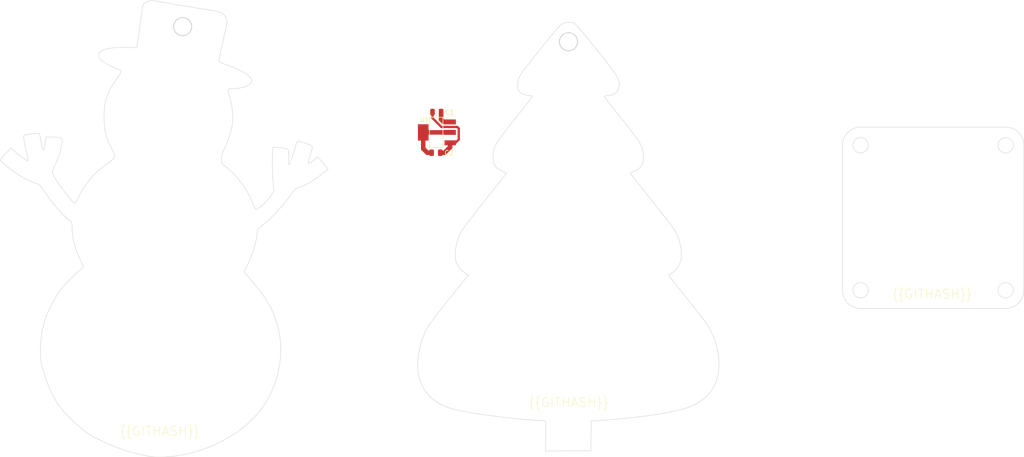
<source format=kicad_pcb>
(kicad_pcb (version 20221018) (generator pcbnew)
  (layers (0 "F.Cu" signal) (31 "B.Cu" signal) (34 "B.Paste" user) (35 "F.Paste" user) (36 "B.SilkS" user "B.Silkscreen") (37 "F.SilkS" user "F.Silkscreen") (38 "B.Mask" user) (39 "F.Mask" user) (44 "Edge.Cuts" user))
  (net 0 "")
  (net 1 "gnd")
  (net 2 "vcc-1")
  (net 3 "vcc")
  (footprint "lib:SOT-223-3_L6.5-W3.4-P2.30-LS7.0-BR" (layer "F.Cu") (at 132.175 78.95)
    (fp_text reference "U1" (at -2.683474 -2.834775) (layer "F.SilkS"))
    (fp_text value "")
    (fp_line (start -1.57 -3.33) (end 1.37 -3.33) (stroke (width 0.15)) (layer "F.SilkS"))
    (fp_line (start -1.57 3.33) (end -1.57 -3.33) (stroke (width 0.15)) (layer "F.SilkS"))
    (fp_line (start 1.37 -3.33) (end 1.37 3.33) (stroke (width 0.15)) (layer "F.SilkS"))
    (fp_line (start 1.37 3.33) (end -1.57 3.33) (stroke (width 0.15)) (layer "F.SilkS"))
    (pad "1" smd rect (at 2.97 2.3) (size 2.5 1.1) (layers "F.Cu" "F.Paste" "F.Mask") (net 1 "gnd"))
    (pad "2" smd rect (at 2.97 0) (size 2.5 1.1) (layers "F.Cu" "F.Paste" "F.Mask") (net 2 "vcc-1"))
    (pad "3" smd rect (at 2.97 -2.3) (size 2.5 1.1) (layers "F.Cu" "F.Paste" "F.Mask") (net 3 "vcc"))
    (pad "4" smd rect (at -2.97 0) (size 2.34 3.6) (layers "F.Cu" "F.Paste" "F.Mask") (net 2 "vcc-1"))
  )
  (footprint "lib:C0805" (layer "F.Cu") (at 132.000375 83.433928)
    (fp_text reference "C2" (at 2.872171 0.026229) (layer "F.SilkS"))
    (fp_text value "Multilayer Ceramic Capacitors MLCC - SMD/SMT 10uF 10V 0805 RoHS")
    (fp_line (start -0.261252 -0.735) (end 0.261252 -0.735) (stroke (width 0.12)) (layer "F.SilkS"))
    (fp_line (start -0.261252 0.735) (end 0.261252 0.735) (stroke (width 0.12)) (layer "F.SilkS"))
    (pad "1" smd roundrect (at -0.95 0) (size 1 1.45) (layers "F.Cu" "F.Paste" "F.Mask") (net 2 "vcc-1"))
    (pad "2" smd roundrect (at 0.95 0) (size 1 1.45) (layers "F.Cu" "F.Paste" "F.Mask") (net 1 "gnd"))
  )
  (footprint "lib:C0805" (layer "F.Cu") (at 132.198399 74.461913 180)
    (fp_text reference "C1" (at -2.804591 -0.073359) (layer "F.SilkS"))
    (fp_text value "Multilayer Ceramic Capacitors MLCC - SMD/SMT 10uF 10V 0805 RoHS")
    (fp_line (start -0.261252 -0.735) (end 0.261252 -0.735) (stroke (width 0.12)) (layer "F.SilkS"))
    (fp_line (start -0.261252 0.735) (end 0.261252 0.735) (stroke (width 0.12)) (layer "F.SilkS"))
    (pad "1" smd roundrect (at -0.95 0 180) (size 1 1.45) (layers "F.Cu" "F.Paste" "F.Mask") (net 3 "vcc"))
    (pad "2" smd roundrect (at 0.95 0 180) (size 1 1.45) (layers "F.Cu" "F.Paste" "F.Mask") (net 1 "gnd"))
  )
  (gr_circle (center 225.62 81.79) (end 227.32 81.79) (stroke (width 0.1)) (fill none) (layer "Edge.Cuts"))
  (gr_circle (center 257.62 113.79) (end 259.32 113.79) (stroke (width 0.1)) (fill none) (layer "Edge.Cuts"))
  (gr_circle (center 257.62 81.79) (end 259.32 81.79) (stroke (width 0.1)) (fill none) (layer "Edge.Cuts"))
  (gr_poly (pts (xy 75.142222 50.797022) (xy 79.756606 51.568267) (xy 82.366969 51.99203) (xy 83.019066 52.095762) (xy 83.303876 52.146979) (xy 83.563537 52.198618) (xy 83.799806 52.251323) (xy 84.01444 52.305736) (xy 84.209196 52.362498) (xy 84.385831 52.422252) (xy 84.546102 52.485641) (xy 84.691766 52.553306) (xy 84.824581 52.62589) (xy 84.946303 52.704035) (xy 85.05869 52.788383) (xy 85.163499 52.879577) (xy 85.262486 52.978258) (xy 85.357409 53.08507) (xy 85.479286 53.234958) (xy 85.586233 53.378736) (xy 85.634185 53.44915) (xy 85.678498 53.519015) (xy 85.719202 53.588656) (xy 85.75633 53.658402) (xy 85.789911 53.728576) (xy 85.819976 53.799506) (xy 85.846558 53.871517) (xy 85.869686 53.944936) (xy 85.889392 54.020089) (xy 85.905707 54.097301) (xy 85.918662 54.176899) (xy 85.928287 54.259209) (xy 85.934615 54.344557) (xy 85.937675 54.433269) (xy 85.937499 54.525672) (xy 85.934119 54.62209) (xy 85.927564 54.722851) (xy 85.917866 54.82828) (xy 85.889166 55.054449) (xy 85.848266 55.303204) (xy 85.795414 55.577155) (xy 85.730859 55.878909) (xy 85.654849 56.211077) (xy 84.878546 59.55341) (xy 84.657875 60.550977) (xy 84.450892 61.532488) (xy 84.331406 62.116419) (xy 84.229648 62.629765) (xy 84.15639 63.017063) (xy 84.122409 63.222849) (xy 84.123062 63.236814) (xy 84.127967 63.251873) (xy 84.137065 63.268001) (xy 84.150302 63.285171) (xy 84.167619 63.303357) (xy 84.188962 63.322534) (xy 84.214273 63.342674) (xy 84.243497 63.363751) (xy 84.313454 63.408613) (xy 84.398381 63.456909) (xy 84.497828 63.50843) (xy 84.611342 63.562966) (xy 84.738473 63.620306) (xy 84.878767 63.680241) (xy 85.031775 63.742561) (xy 85.197043 63.807056) (xy 85.374121 63.873515) (xy 85.562558 63.94173) (xy 85.7619 64.011489) (xy 85.971698 64.082583) (xy 86.585981 64.296029) (xy 87.172975 64.516947) (xy 87.730729 64.744054) (xy 88.257293 64.976069) (xy 88.75072 65.211708) (xy 89.209058 65.449689) (xy 89.63036 65.68873) (xy 90.012676 65.927548) (xy 90.354056 66.16486) (xy 90.652552 66.399385) (xy 90.906214 66.629839) (xy 91.113092 66.85494) (xy 91.271238 67.073405) (xy 91.378702 67.283953) (xy 91.412819 67.385857) (xy 91.433535 67.485301) (xy 91.440605 67.582123) (xy 91.433787 67.676165) (xy 91.41712 67.753004) (xy 91.390362 67.829368) (xy 91.35383 67.905131) (xy 91.307839 67.980165) (xy 91.252707 68.054343) (xy 91.188749 68.12754) (xy 91.116281 68.199626) (xy 91.03562 68.270477) (xy 90.947082 68.339964) (xy 90.850984 68.407961) (xy 90.747641 68.47434) (xy 90.637371 68.538975) (xy 90.520488 68.601739) (xy 90.39731 68.662505) (xy 90.268153 68.721145) (xy 90.133332 68.777534) (xy 89.993165 68.831543) (xy 89.847967 68.883047) (xy 89.543745 68.978027) (xy 89.223197 69.06146) (xy 88.888852 69.132329) (xy 88.54324 69.189618) (xy 88.188892 69.232313) (xy 88.009232 69.24787) (xy 87.828337 69.259397) (xy 87.646523 69.266767) (xy 87.464106 69.269854) (xy 87.202959 69.272042) (xy 86.97453 69.277492) (xy 86.777472 69.288473) (xy 86.690288 69.296746) (xy 86.610443 69.307253) (xy 86.537768 69.320276) (xy 86.472096 69.3361) (xy 86.413258 69.355009) (xy 86.361087 69.377285) (xy 86.315414 69.403211) (xy 86.276071 69.433073) (xy 86.24289 69.467154) (xy 86.215703 69.505736) (xy 86.194342 69.549103) (xy 86.178638 69.59754) (xy 86.168424 69.65133) (xy 86.163532 69.710755) (xy 86.163793 69.776101) (xy 86.169039 69.847649) (xy 86.179102 69.925685) (xy 86.193814 70.010491) (xy 86.236514 70.20155) (xy 86.295792 70.423093) (xy 86.370304 70.677389) (xy 86.458705 70.966708) (xy 86.582128 71.384478) (xy 86.694998 71.803093) (xy 86.797211 72.221567) (xy 86.888665 72.638919) (xy 86.969257 73.054166) (xy 87.038885 73.466323) (xy 87.097447 73.874409) (xy 87.144838 74.277439) (xy 87.180958 74.674432) (xy 87.205702 75.064404) (xy 87.21897 75.446371) (xy 87.220657 75.819352) (xy 87.210662 76.182361) (xy 87.188881 76.534418) (xy 87.155212 76.874538) (xy 87.109553 77.201739) (xy 86.986123 77.871628) (xy 86.830027 78.558912) (xy 86.643845 79.255662) (xy 86.430157 79.953949) (xy 86.19154 80.645848) (xy 85.930575 81.323429) (xy 85.649841 81.978766) (xy 85.351916 82.60393) (xy 85.189192 82.938586) (xy 85.118752 83.093315) (xy 85.055229 83.240939) (xy 84.998352 83.382431) (xy 84.947849 83.518761) (xy 84.903447 83.650903) (xy 84.864875 83.779828) (xy 84.831859 83.906506) (xy 84.804129 84.031911) (xy 84.781412 84.157013) (xy 84.763435 84.282785) (xy 84.749927 84.410197) (xy 84.740615 84.540223) (xy 84.735228 84.673833) (xy 84.733493 84.811999) (xy 84.736223 85.129082) (xy 84.741369 85.261496) (xy 84.750575 85.379459) (xy 84.764997 85.485194) (xy 84.774524 85.534172) (xy 84.785789 85.580928) (xy 84.798934 85.625739) (xy 84.814106 85.668884) (xy 84.831447 85.710641) (xy 84.851104 85.751288) (xy 84.873219 85.791103) (xy 84.897937 85.830364) (xy 84.925403 85.869349) (xy 84.955761 85.908337) (xy 84.989155 85.947605) (xy 85.02573 85.987432) (xy 85.109 86.069873) (xy 85.206725 86.157886) (xy 85.320061 86.253696) (xy 85.598185 86.477602) (xy 86.096863 86.886277) (xy 86.577755 87.306529) (xy 87.04138 87.739064) (xy 87.488258 88.184586) (xy 87.918909 88.6438) (xy 88.333852 89.117412) (xy 88.733607 89.606125) (xy 89.118694 90.110646) (xy 89.489632 90.631678) (xy 89.846941 91.169927) (xy 90.19114 91.726098) (xy 90.52275 92.300895) (xy 90.84229 92.895024) (xy 91.150279 93.509189) (xy 91.447237 94.144095) (xy 91.733683 94.800448) (xy 91.84059 95.047283) (xy 91.945802 95.277558) (xy 92.046625 95.486234) (xy 92.140364 95.668271) (xy 92.224324 95.818627) (xy 92.295813 95.932265) (xy 92.326039 95.973739) (xy 92.352136 96.004143) (xy 92.373767 96.022848) (xy 92.382804 96.027616) (xy 92.390597 96.029223) (xy 92.399173 96.028006) (xy 92.410522 96.024397) (xy 92.441219 96.010237) (xy 92.482045 95.987221) (xy 92.53236 95.955824) (xy 92.591521 95.916524) (xy 92.658887 95.869798) (xy 92.815666 95.755976) (xy 92.997564 95.618173) (xy 93.199447 95.460204) (xy 93.416182 95.285885) (xy 93.642634 95.099032) (xy 93.891007 94.882848) (xy 94.141366 94.648628) (xy 94.390948 94.400061) (xy 94.636991 94.140836) (xy 94.87673 93.874641) (xy 95.107403 93.605164) (xy 95.326247 93.336095) (xy 95.530498 93.071122) (xy 95.717394 92.813933) (xy 95.884171 92.568218) (xy 96.028066 92.337665) (xy 96.146316 92.125962) (xy 96.236159 91.936798) (xy 96.294829 91.773863) (xy 96.311612 91.703383) (xy 96.319566 91.640844) (xy 96.318345 91.586706) (xy 96.307605 91.54143) (xy 96.264441 91.378418) (xy 96.221593 91.121805) (xy 96.138989 90.373142) (xy 96.064068 89.386161) (xy 96.001109 88.251583) (xy 95.954389 87.060129) (xy 95.928186 85.902519) (xy 95.926777 84.869474) (xy 95.95444 84.051714) (xy 96.07471 82.177477) (xy 97.36716 82.304781) (xy 98.13507 82.379263) (xy 98.441266 82.413109) (xy 98.700599 82.449744) (xy 98.916803 82.492956) (xy 99.009898 82.518212) (xy 99.09361 82.546534) (xy 99.168406 82.578395) (xy 99.234753 82.614268) (xy 99.293117 82.654627) (xy 99.343964 82.699946) (xy 99.387763 82.750698) (xy 99.424978 82.807357) (xy 99.456076 82.870396) (xy 99.481525 82.94029) (xy 99.501791 83.017511) (xy 99.51734 83.102533) (xy 99.536155 83.297877) (xy 99.541702 83.530109) (xy 99.537716 83.803018) (xy 99.51607 84.486025) (xy 99.501811 85.019341) (xy 99.495778 85.429631) (xy 99.49953 85.727933) (xy 99.505563 85.838537) (xy 99.514626 85.925284) (xy 99.526915 85.989553) (xy 99.542625 86.032723) (xy 99.551823 86.046828) (xy 99.56195 86.056175) (xy 99.573029 86.060938) (xy 99.585085 86.061289) (xy 99.612224 86.049443) (xy 99.643564 86.022019) (xy 99.679299 85.980395) (xy 99.719623 85.925951) (xy 99.770963 85.835961) (xy 99.83738 85.6921) (xy 100.00736 85.267042) (xy 100.213404 84.699332) (xy 100.439353 84.037526) (xy 100.669049 83.330178) (xy 100.886332 82.625845) (xy 101.075044 81.973082) (xy 101.219027 81.420443) (xy 101.232451 81.367288) (xy 101.246658 81.317349) (xy 101.261814 81.270604) (xy 101.278084 81.227032) (xy 101.295634 81.186611) (xy 101.314631 81.149321) (xy 101.33524 81.115138) (xy 101.357628 81.084043) (xy 101.381959 81.056013) (xy 101.4084 81.031027) (xy 101.437117 81.009064) (xy 101.468275 80.990102) (xy 101.502041 80.974119) (xy 101.538581 80.961095) (xy 101.578059 80.951007) (xy 101.620643 80.943835) (xy 101.666497 80.939556) (xy 101.715788 80.938149) (xy 101.768682 80.939594) (xy 101.825345 80.943867) (xy 101.885942 80.950949) (xy 101.950639 80.960817) (xy 102.019603 80.97345) (xy 102.092998 80.988826) (xy 102.170992 81.006924) (xy 102.253749 81.027723) (xy 102.434219 81.077337) (xy 102.635734 81.137495) (xy 102.859622 81.208025) (xy 103.581471 81.438726) (xy 103.868146 81.535185) (xy 104.108644 81.625316) (xy 104.212356 81.669476) (xy 104.305459 81.713816) (xy 104.388264 81.758923) (xy 104.461082 81.805384) (xy 104.524226 81.853787) (xy 104.578006 81.904719) (xy 104.622735 81.958768) (xy 104.658725 82.01652) (xy 104.686285 82.078563) (xy 104.705729 82.145484) (xy 104.717368 82.217871) (xy 104.721513 82.296311) (xy 104.718476 82.381392) (xy 104.708568 82.4737) (xy 104.692102 82.573823) (xy 104.669388 82.682348) (xy 104.606464 82.926954) (xy 104.522289 83.212218) (xy 104.300158 83.92351) (xy 104.076968 84.658354) (xy 103.993442 84.95378) (xy 103.929762 85.203046) (xy 103.886777 85.407528) (xy 103.865337 85.568604) (xy 103.862962 85.633296) (xy 103.866292 85.687652) (xy 103.875434 85.731846) (xy 103.890492 85.766049) (xy 103.911574 85.790433) (xy 103.938786 85.805172) (xy 103.972234 85.810436) (xy 104.012025 85.806398) (xy 104.058263 85.79323) (xy 104.111056 85.771105) (xy 104.236732 85.700671) (xy 104.3899 85.596472) (xy 104.571411 85.459887) (xy 105.02286 85.095065) (xy 105.918216 84.355181) (xy 106.388476 84.86751) (xy 106.496975 84.987739) (xy 106.625318 85.133369) (xy 106.92254 85.478508) (xy 107.242155 85.858286) (xy 107.546176 86.22806) (xy 108.2336 87.076296) (xy 106.72333 88.254687) (xy 106.031007 88.783192) (xy 105.392025 89.245391) (xy 105.089314 89.453516) (xy 104.796071 89.647331) (xy 104.511007 89.827593) (xy 104.232833 89.995056) (xy 103.960259 90.150478) (xy 103.691998 90.294613) (xy 103.426759 90.428217) (xy 103.163254 90.552046) (xy 102.900193 90.666855) (xy 102.636288 90.773401) (xy 102.370249 90.872439) (xy 102.100787 90.964724) (xy 101.955978 91.013649) (xy 101.818902 91.062832) (xy 101.689432 91.112348) (xy 101.567439 91.162273) (xy 101.452795 91.212683) (xy 101.345371 91.263651) (xy 101.245039 91.315254) (xy 101.151671 91.367567) (xy 101.065138 91.420665) (xy 100.985313 91.474624) (xy 100.912065 91.529517) (xy 100.845269 91.585421) (xy 100.784794 91.642412) (xy 100.730512 91.700563) (xy 100.682296 91.759951) (xy 100.640017 91.82065) (xy 100.313962 92.312951) (xy 99.958065 92.82026) (xy 99.575318 93.339289) (xy 99.168711 93.866747) (xy 98.741234 94.399346) (xy 98.295878 94.933795) (xy 97.835635 95.466804) (xy 97.363494 95.995083) (xy 96.882446 96.515343) (xy 96.395482 97.024295) (xy 95.905593 97.518647) (xy 95.415769 97.995111) (xy 94.929002 98.450396) (xy 94.44828 98.881213) (xy 93.976596 99.284272) (xy 93.51694 99.656283) (xy 93.364132 99.777198) (xy 93.228349 99.887118) (xy 93.108601 99.987555) (xy 93.003899 100.080022) (xy 92.913256 100.166032) (xy 92.835682 100.247098) (xy 92.770188 100.324733) (xy 92.741662 100.362737) (xy 92.715786 100.40045) (xy 92.692435 100.438062) (xy 92.671487 100.475762) (xy 92.652817 100.513738) (xy 92.636302 100.552181) (xy 92.621819 100.591279) (xy 92.609244 100.631221) (xy 92.589322 100.714395) (xy 92.575548 100.803215) (xy 92.566934 100.899195) (xy 92.56249 101.003847) (xy 92.561229 101.118685) (xy 92.548214 101.459191) (xy 92.510172 101.840399) (xy 92.448603 102.257479) (xy 92.365007 102.705605) (xy 92.260885 103.179948) (xy 92.137739 103.675679) (xy 91.997068 104.187971) (xy 91.840373 104.711996) (xy 91.669155 105.242926) (xy 91.484915 105.775933) (xy 91.289154 106.306188) (xy 91.083372 106.828864) (xy 90.86907 107.339132) (xy 90.647749 107.832164) (xy 90.420909 108.303133) (xy 90.190051 108.74721) (xy 89.658061 109.729433) (xy 90.799319 111.025652) (xy 91.552256 111.894452) (xy 92.247519 112.726345) (xy 92.887901 113.52649) (xy 93.476195 114.300047) (xy 94.015193 115.052178) (xy 94.507688 115.788042) (xy 94.956473 116.5128) (xy 95.364341 117.231612) (xy 95.734083 117.949638) (xy 96.068493 118.672038) (xy 96.370364 119.403974) (xy 96.642488 120.150605) (xy 96.887657 120.917091) (xy 97.108665 121.708593) (xy 97.308304 122.530271) (xy 97.489367 123.387286) (xy 97.659586 124.435519) (xy 97.764545 125.512723) (xy 97.805707 126.613102) (xy 97.784533 127.73086) (xy 97.702485 128.860202) (xy 97.561026 129.995332) (xy 97.361618 131.130454) (xy 97.105722 132.259774) (xy 96.794801 133.377494) (xy 96.430316 134.47782) (xy 96.01373 135.554956) (xy 95.546505 136.603107) (xy 95.030102 137.616476) (xy 94.465984 138.589268) (xy 93.855613 139.515689) (xy 93.20045 140.389941) (xy 92.386005 141.350273) (xy 91.510226 142.273552) (xy 90.576227 143.158109) (xy 89.587122 144.002278) (xy 88.546024 144.80439) (xy 87.456048 145.562779) (xy 86.320308 146.275777) (xy 85.141916 146.941716) (xy 83.923988 147.558929) (xy 82.669636 148.125749) (xy 81.381976 148.640508) (xy 80.06412 149.101539) (xy 78.719182 149.507174) (xy 77.350277 149.855747) (xy 75.960518 150.145589) (xy 74.553019 150.375033) (xy 73.862872 150.459306) (xy 73.131633 150.525975) (xy 72.383923 150.574372) (xy 71.644361 150.603827) (xy 70.93757 150.613671) (xy 70.288169 150.603235) (xy 69.720779 150.57185) (xy 69.475532 150.548093) (xy 69.26002 150.518847) (xy 69.260051 150.518832) (xy 67.831835 150.262486) (xy 66.416949 149.953785) (xy 65.016193 149.592984) (xy 63.630368 149.180338) (xy 62.260274 148.716103) (xy 60.90671 148.200532) (xy 59.570477 147.633881) (xy 58.252375 147.016405) (xy 57.283074 146.528505) (xy 56.847829 146.298277) (xy 56.438641 146.072324) (xy 56.050351 145.846994) (xy 55.6778 145.618633) (xy 55.315827 145.383588) (xy 54.959273 145.138205) (xy 54.602979 144.87883) (xy 54.241783 144.601811) (xy 53.870528 144.303492) (xy 53.484054 143.980222) (xy 52.644807 143.244211) (xy 51.682765 142.36455) (xy 51.097036 141.804159) (xy 50.54538 141.238954) (xy 50.025658 140.665073) (xy 49.535731 140.078649) (xy 49.07346 139.475819) (xy 48.636705 138.852719) (xy 48.223328 138.205483) (xy 47.831189 137.530249) (xy 47.458149 136.823151) (xy 47.10207 136.080325) (xy 46.760812 135.297907) (xy 46.432236 134.472032) (xy 46.114202 133.598836) (xy 45.804573 132.674455) (xy 45.501208 131.695024) (xy 45.201968 130.656679) (xy 45.078569 130.147371) (xy 44.978794 129.594224) (xy 44.90231 129.00242) (xy 44.848785 128.377144) (xy 44.817886 127.723579) (xy 44.809281 127.046907) (xy 44.822637 126.352311) (xy 44.857621 125.644974) (xy 44.913901 124.93008) (xy 44.991145 124.212811) (xy 45.089019 123.498351) (xy 45.207191 122.791883) (xy 45.345328 122.098589) (xy 45.503099 121.423652) (xy 45.68017 120.772256) (xy 45.876208 120.149584) (xy 46.005143 119.787909) (xy 46.154924 119.401263) (xy 46.508073 118.570286) (xy 46.917749 117.69111) (xy 47.366047 116.79819) (xy 47.83506 115.92598) (xy 48.306883 115.108937) (xy 48.76361 114.381515) (xy 48.980717 114.062179) (xy 49.187335 113.77817) (xy 49.387433 113.519297) (xy 49.599256 113.255538) (xy 50.056372 112.715109) (xy 50.555279 112.160374) (xy 51.092575 111.594824) (xy 51.664855 111.021952) (xy 52.268718 110.445248) (xy 52.900758 109.868205) (xy 53.557574 109.294314) (xy 54.329783 108.634142) (xy 53.616031 107.110232) (xy 53.390001 106.6154) (xy 53.179365 106.128819) (xy 52.984012 105.650049) (xy 52.803829 105.178652) (xy 52.638704 104.71419) (xy 52.488525 104.256224) (xy 52.353181 103.804315) (xy 52.232559 103.358025) (xy 52.126547 102.916915) (xy 52.035034 102.480548) (xy 51.957906 102.048484) (xy 51.895053 101.620284) (xy 51.846363 101.195511) (xy 51.811722 100.773726) (xy 51.79102 100.35449) (xy 51.784144 99.937365) (xy 51.780657 99.620612) (xy 51.776007 99.482669) (xy 51.769161 99.357285) (xy 51.759927 99.243666) (xy 51.748111 99.141014) (xy 51.733519 99.048534) (xy 51.715958 98.96543) (xy 51.695233 98.890904) (xy 51.671153 98.824161) (xy 51.643523 98.764406) (xy 51.612149 98.71084) (xy 51.576839 98.662669) (xy 51.537399 98.619096) (xy 51.493635 98.579325) (xy 51.445353 98.542559) (xy 51.149902 98.324092) (xy 50.839064 98.073347) (xy 50.514896 97.792628) (xy 50.179453 97.484238) (xy 49.834791 97.150482) (xy 49.482966 96.793665) (xy 49.126033 96.41609) (xy 48.766047 96.020062) (xy 48.405065 95.607885) (xy 48.045142 95.181864) (xy 47.688333 94.744302) (xy 47.336694 94.297504) (xy 46.992281 93.843774) (xy 46.657149 93.385417) (xy 46.333354 92.924737) (xy 46.022952 92.464037) (xy 45.611719 91.844971) (xy 45.279782 91.362091) (xy 45.137757 91.165551) (xy 45.008606 90.995655) (xy 44.89001 90.849933) (xy 44.779654 90.725918) (xy 44.675221 90.621143) (xy 44.574392 90.533138) (xy 44.474852 90.459437) (xy 44.374284 90.397571) (xy 44.27037 90.345073) (xy 44.160793 90.299474) (xy 44.043237 90.258307) (xy 43.915385 90.219103) (xy 43.593888 90.117525) (xy 43.255864 89.996009) (xy 42.903268 89.855657) (xy 42.538058 89.697573) (xy 42.162189 89.522858) (xy 41.777618 89.332616) (xy 41.386301 89.127951) (xy 40.990194 88.909964) (xy 40.591254 88.679759) (xy 40.191438 88.438438) (xy 39.792701 88.187105) (xy 39.396999 87.926862) (xy 39.00629 87.658812) (xy 38.622529 87.384058) (xy 38.247673 87.103703) (xy 37.883677 86.81885) (xy 37.49456 86.502783) (xy 37.131548 86.199554) (xy 36.802586 85.916398) (xy 36.515619 85.660548) (xy 36.278593 85.439239) (xy 36.099452 85.259705) (xy 36.034071 85.187865) (xy 35.986141 85.129182) (xy 35.956654 85.08456) (xy 35.946605 85.054903) (xy 35.948192 85.042433) (xy 35.952903 85.026953) (xy 35.971384 84.987332) (xy 36.001425 84.936776) (xy 36.042403 84.876021) (xy 36.093695 84.805804) (xy 36.154681 84.726859) (xy 36.224736 84.639924) (xy 36.303239 84.545735) (xy 36.389567 84.445026) (xy 36.483097 84.338536) (xy 36.689276 84.11115) (xy 36.916796 83.869466) (xy 37.037003 83.745102) (xy 37.160678 83.619372) (xy 38.374759 82.395922) (xy 39.365809 83.301684) (xy 39.814301 83.698656) (xy 40.266196 84.075272) (xy 40.704205 84.419302) (xy 41.111041 84.718514) (xy 41.469414 84.960676) (xy 41.625024 85.056541) (xy 41.762035 85.133557) (xy 41.878286 85.190195) (xy 41.971615 85.224926) (xy 42.039863 85.236222) (xy 42.063905 85.232603) (xy 42.080867 85.222552) (xy 42.085566 85.215268) (xy 42.089233 85.203934) (xy 42.093537 85.169549) (xy 42.093921 85.120268) (xy 42.090523 85.056964) (xy 42.083485 84.98051) (xy 42.072948 84.891778) (xy 42.059051 84.79164) (xy 42.041937 84.68097) (xy 41.998614 84.43152) (xy 41.944105 84.150408) (xy 41.879534 83.844615) (xy 41.806025 83.52112) (xy 41.578977 82.541169) (xy 41.399614 81.732306) (xy 41.265507 81.079136) (xy 41.174225 80.56626) (xy 41.123338 80.17828) (xy 41.112283 80.026315) (xy 41.110416 79.899799) (xy 41.117432 79.796809) (xy 41.133029 79.71542) (xy 41.156901 79.653706) (xy 41.188746 79.609743) (xy 41.213078 79.592846) (xy 41.252556 79.575085) (xy 41.372962 79.537437) (xy 41.541984 79.497733) (xy 41.751641 79.456905) (xy 42.26094 79.37561) (xy 42.837013 79.301016) (xy 43.416018 79.240586) (xy 43.934111 79.201782) (xy 44.150364 79.192822) (xy 44.327447 79.192067) (xy 44.45738 79.20045) (xy 44.532183 79.218905) (xy 44.538527 79.223215) (xy 44.545097 79.229471) (xy 44.551878 79.23762) (xy 44.558855 79.247608) (xy 44.573336 79.272888) (xy 44.588416 79.304879) (xy 44.603974 79.343154) (xy 44.619887 79.387282) (xy 44.636031 79.436835) (xy 44.652284 79.491383) (xy 44.668525 79.550496) (xy 44.684629 79.613746) (xy 44.700475 79.680703) (xy 44.715939 79.750937) (xy 44.7309 79.82402) (xy 44.745234 79.899521) (xy 44.75882 79.977012) (xy 44.771533 80.056063) (xy 44.946351 81.130774) (xy 45.025944 81.564983) (xy 45.101061 81.931234) (xy 45.172253 82.230134) (xy 45.24007 82.462288) (xy 45.305063 82.628302) (xy 45.336673 82.686696) (xy 45.367783 82.728781) (xy 45.398463 82.754634) (xy 45.428781 82.764331) (xy 45.458807 82.757947) (xy 45.488608 82.735557) (xy 45.518254 82.697238) (xy 45.547814 82.643066) (xy 45.606951 82.487462) (xy 45.666568 82.269351) (xy 45.727218 81.98934) (xy 45.78945 81.648032) (xy 45.853816 81.246035) (xy 46.055377 79.918581) (xy 47.417926 79.96628) (xy 48.109143 79.993687) (xy 48.392021 80.009194) (xy 48.636741 80.027435) (xy 48.846051 80.049559) (xy 49.022696 80.076715) (xy 49.169424 80.110051) (xy 49.288982 80.150717) (xy 49.339431 80.174158) (xy 49.384117 80.199861) (xy 49.423385 80.227972) (xy 49.457577 80.258632) (xy 49.487036 80.291987) (xy 49.512107 80.32818) (xy 49.533132 80.367353) (xy 49.550455 80.409652) (xy 49.575367 80.504197) (xy 49.589592 80.612965) (xy 49.595876 80.737105) (xy 49.596965 80.877764) (xy 49.590289 81.099803) (xy 49.571905 81.336737) (xy 49.542029 81.587807) (xy 49.500879 81.852253) (xy 49.448672 82.129318) (xy 49.385623 82.418243) (xy 49.311951 82.718269) (xy 49.227873 83.028637) (xy 49.133604 83.34859) (xy 49.029362 83.677367) (xy 48.915364 84.014212) (xy 48.791827 84.358364) (xy 48.658967 84.709065) (xy 48.517002 85.065558) (xy 48.366148 85.427082) (xy 48.206622 85.792879) (xy 47.949769 86.374791) (xy 47.755997 86.832451) (xy 47.68104 87.021721) (xy 47.619784 87.188367) (xy 47.571537 87.335205) (xy 47.535609 87.465048) (xy 47.511311 87.580709) (xy 47.497952 87.685002) (xy 47.494842 87.78074) (xy 47.501291 87.870737) (xy 47.516609 87.957807) (xy 47.540106 88.044763) (xy 47.571091 88.134418) (xy 47.608874 88.229586) (xy 47.761079 88.551834) (xy 47.975096 88.939463) (xy 48.241913 89.380584) (xy 48.55252 89.863307) (xy 49.269066 90.905997) (xy 50.052651 91.972411) (xy 50.831193 92.967426) (xy 51.196047 93.408433) (xy 51.532609 93.795921) (xy 51.831869 94.117998) (xy 52.084818 94.362774) (xy 52.282443 94.518359) (xy 52.357694 94.558989) (xy 52.415736 94.572863) (xy 52.426811 94.571375) (xy 52.439084 94.56696) (xy 52.452509 94.559691) (xy 52.467041 94.549641) (xy 52.482633 94.536883) (xy 52.499239 94.521489) (xy 52.516813 94.503532) (xy 52.535309 94.483086) (xy 52.574881 94.435018) (xy 52.617586 94.377866) (xy 52.663055 94.312214) (xy 52.710918 94.238646) (xy 52.760808 94.157745) (xy 52.812354 94.070093) (xy 52.865187 93.976276) (xy 52.918939 93.876875) (xy 52.97324 93.772474) (xy 53.02772 93.663657) (xy 53.082012 93.551007) (xy 53.135745 93.435107) (xy 53.405424 92.869327) (xy 53.69623 92.311615) (xy 54.007442 91.76282) (xy 54.338342 91.223792) (xy 54.688208 90.695381) (xy 55.05632 90.178436) (xy 55.441958 89.673808) (xy 55.844402 89.182347) (xy 56.262932 88.704901) (xy 56.696828 88.242322) (xy 57.145369 87.795459) (xy 57.607836 87.365163) (xy 58.083508 86.952281) (xy 58.571665 86.557666) (xy 59.071586 86.182166) (xy 59.582553 85.826632) (xy 59.914962 85.598282) (xy 60.214172 85.3804) (xy 60.477869 85.17504) (xy 60.595674 85.077698) (xy 60.703732 84.984257) (xy 60.801753 84.894974) (xy 60.889447 84.810106) (xy 60.966524 84.72991) (xy 61.032694 84.654642) (xy 61.087669 84.584559) (xy 61.131158 84.519919) (xy 61.162872 84.460977) (xy 61.182521 84.407992) (xy 61.189444 84.378526) (xy 61.194656 84.347449) (xy 61.198136 84.314702) (xy 61.199864 84.280227) (xy 61.197977 84.205863) (xy 61.188829 84.123892) (xy 61.172254 84.033852) (xy 61.148084 83.935279) (xy 61.116154 83.82771) (xy 61.076297 83.71068) (xy 61.028345 83.583727) (xy 60.972134 83.446388) (xy 60.907495 83.298197) (xy 60.834263 83.138693) (xy 60.75227 82.967412) (xy 60.661351 82.783889) (xy 60.561339 82.587662) (xy 60.452067 82.378268) (xy 60.237971 81.961359) (xy 60.041673 81.555601) (xy 59.862568 81.158484) (xy 59.700049 80.767498) (xy 59.553508 80.380135) (xy 59.422339 79.993885) (xy 59.305935 79.60624) (xy 59.203689 79.21469) (xy 59.114995 78.816725) (xy 59.039245 78.409838) (xy 58.975833 77.991518) (xy 58.924151 77.559256) (xy 58.883594 77.110544) (xy 58.853553 76.642872) (xy 58.833423 76.153731) (xy 58.822596 75.640612) (xy 58.82378 75.019765) (xy 58.843433 74.425285) (xy 58.882591 73.854032) (xy 58.942291 73.302869) (xy 59.023569 72.768658) (xy 59.127459 72.248262) (xy 59.255 71.738542) (xy 59.407225 71.236361) (xy 59.585172 70.73858) (xy 59.789877 70.242062) (xy 60.022374 69.743669) (xy 60.283701 69.240263) (xy 60.574893 68.728705) (xy 60.896986 68.205859) (xy 61.251015 67.668586) (xy 61.638018 67.113749) (xy 61.84244 66.825076) (xy 62.020375 66.566593) (xy 62.17201 66.336298) (xy 62.29753 66.132187) (xy 62.397121 65.95226) (xy 62.470968 65.794512) (xy 62.498296 65.72333) (xy 62.519258 65.656942) (xy 62.533877 65.595098) (xy 62.542176 65.537547) (xy 62.544179 65.484039) (xy 62.539908 65.434323) (xy 62.529387 65.388151) (xy 62.512639 65.34527) (xy 62.489688 65.305431) (xy 62.460556 65.268384) (xy 62.425267 65.233878) (xy 62.383844 65.201662) (xy 62.33631 65.171487) (xy 62.282689 65.143103) (xy 62.157276 65.090703) (xy 62.007792 65.042459) (xy 61.834422 64.996371) (xy 61.657986 64.943069) (xy 61.445562 64.862593) (xy 61.203024 64.758325) (xy 60.93625 64.633653) (xy 60.353499 64.336631) (xy 59.744319 63.998608) (xy 59.155721 63.646664) (xy 58.634716 63.307879) (xy 58.414252 63.151884) (xy 58.228316 63.009334) (xy 58.082783 62.883614) (xy 57.983531 62.778109) (xy 57.869943 62.622242) (xy 57.777351 62.470362) (xy 57.705558 62.322559) (xy 57.654369 62.178917) (xy 57.623588 62.039526) (xy 57.613018 61.904471) (xy 57.622463 61.773839) (xy 57.651728 61.647718) (xy 57.700616 61.526195) (xy 57.768931 61.409356) (xy 57.856477 61.297289) (xy 57.963058 61.190081) (xy 58.088479 61.087819) (xy 58.232542 60.99059) (xy 58.395052 60.89848) (xy 58.575812 60.811578) (xy 58.774627 60.72997) (xy 58.991301 60.653743) (xy 59.225638 60.582984) (xy 59.477441 60.51778) (xy 59.746514 60.458218) (xy 60.032661 60.404385) (xy 60.335687 60.356369) (xy 60.655395 60.314256) (xy 60.991589 60.278134) (xy 61.344073 60.248089) (xy 61.712651 60.224208) (xy 62.097127 60.20658) (xy 62.497305 60.195289) (xy 62.912988 60.190424) (xy 63.343981 60.192072) (xy 63.790088 60.20032) (xy 66.056857 60.258219) (xy 66.273486 58.80189) (xy 66.542465 56.891029) (xy 66.884944 54.341891) (xy 67.190183 52.053843) (xy 67.248082 51.679802) (xy 67.303557 51.37005) (xy 67.359078 51.117137) (xy 67.417116 50.913616) (xy 67.48014 50.752035) (xy 67.55062 50.624945) (xy 67.631027 50.524898) (xy 67.72383 50.444442) (xy 67.831501 50.37613) (xy 67.956508 50.312512) (xy 68.268412 50.169558) (xy 69.100734 49.778315)) (stroke (width 0.1)) (fill none) (layer "Edge.Cuts"))
  (gr_arc (start 261.62 113.79) (mid 260.448427 116.618427) (end 257.62 117.79) (stroke (width 0.1)) (layer "Edge.Cuts"))
  (gr_arc (start 225.62 117.79) (mid 222.791573 116.618427) (end 221.62 113.79) (stroke (width 0.1)) (layer "Edge.Cuts"))
  (gr_line (start 261.62 113.79) (end 261.62 81.79) (stroke (width 0.1)) (layer "Edge.Cuts"))
  (gr_circle (center 161.229974 58.946031) (end 163.229974 58.946031) (stroke (width 0.2)) (fill none) (layer "Edge.Cuts"))
  (gr_line (start 221.62 81.79) (end 221.62 113.79) (stroke (width 0.1)) (layer "Edge.Cuts"))
  (gr_arc (start 257.62 77.79) (mid 260.448427 78.961573) (end 261.62 81.79) (stroke (width 0.1)) (layer "Edge.Cuts"))
  (gr_poly (pts (xy 161.429183 54.643361) (xy 161.588699 54.648976) (xy 161.743405 54.660128) (xy 161.8913 54.67685) (xy 162.030385 54.699174) (xy 162.158659 54.727132) (xy 162.274122 54.760758) (xy 162.374774 54.800082) (xy 162.418214 54.822065) (xy 162.465501 54.850416) (xy 162.517128 54.885713) (xy 162.573587 54.928531) (xy 162.702967 55.039035) (xy 162.857578 55.186538) (xy 163.041357 55.37565) (xy 163.258241 55.610981) (xy 163.512165 55.897139) (xy 163.807067 56.238735) (xy 164.146884 56.640378) (xy 164.53555 57.106678) (xy 164.977005 57.642244) (xy 165.475183 58.251687) (xy 166.657456 59.710639) (xy 168.113864 61.520411) (xy 169.490282 63.25197) (xy 170.562092 64.650979) (xy 170.993296 65.243203) (xy 171.359779 65.7732) (xy 171.665351 66.247941) (xy 171.913823 66.674396) (xy 172.109006 67.059535) (xy 172.254708 67.41033) (xy 172.354741 67.733749) (xy 172.412915 68.036764) (xy 172.433041 68.326344) (xy 172.418927 68.609461) (xy 172.374385 68.893084) (xy 172.303226 69.184183) (xy 172.274597 69.278158) (xy 172.242 69.369887) (xy 172.205507 69.459324) (xy 172.165188 69.546423) (xy 172.121114 69.631137) (xy 172.073357 69.713419) (xy 172.021987 69.793223) (xy 171.967076 69.870502) (xy 171.908694 69.945208) (xy 171.846914 70.017296) (xy 171.781806 70.08672) (xy 171.71344 70.153431) (xy 171.641889 70.217383) (xy 171.567223 70.278531) (xy 171.489513 70.336826) (xy 171.408831 70.392223) (xy 171.325247 70.444674) (xy 171.238833 70.494134) (xy 171.14966 70.540554) (xy 171.057799 70.58389) (xy 170.96332 70.624093) (xy 170.866295 70.661118) (xy 170.766796 70.694917) (xy 170.664893 70.725444) (xy 170.560657 70.752652) (xy 170.45416 70.776495) (xy 170.345472 70.796926) (xy 170.234664 70.813898) (xy 170.121809 70.827364) (xy 170.006976 70.837278) (xy 169.890237 70.843593) (xy 169.771663 70.846262) (xy 169.726607 70.847177) (xy 169.681188 70.849133) (xy 169.590479 70.855957) (xy 169.501974 70.8663) (xy 169.418107 70.879728) (xy 169.378675 70.887463) (xy 169.341315 70.895806) (xy 169.306334 70.904703) (xy 169.274034 70.9141) (xy 169.244721 70.923942) (xy 169.218699 70.934176) (xy 169.196272 70.944746) (xy 169.177745 70.955599) (xy 169.171643 70.965792) (xy 169.172154 70.983757) (xy 169.17922 71.009417) (xy 169.192785 71.042693) (xy 169.239181 71.131786) (xy 169.310885 71.250417) (xy 169.407439 71.397965) (xy 169.528385 71.573811) (xy 169.673265 71.777334) (xy 169.841623 72.007915) (xy 170.246938 72.547768) (xy 170.740668 73.18841) (xy 171.319154 73.924882) (xy 171.978732 74.752222) (xy 174.641332 78.093405) (xy 175.537111 79.246786) (xy 176.200008 80.134787) (xy 176.673118 80.816979) (xy 176.99954 81.352933) (xy 177.222371 81.802218) (xy 177.384708 82.224406) (xy 177.462833 82.472098) (xy 177.531331 82.72855) (xy 177.59016 82.991701) (xy 177.639284 83.259489) (xy 177.678662 83.529854) (xy 177.708257 83.800735) (xy 177.728028 84.070071) (xy 177.737937 84.335802) (xy 177.737946 84.595867) (xy 177.728014 84.848205) (xy 177.708104 85.090755) (xy 177.678176 85.321456) (xy 177.638191 85.538248) (xy 177.588111 85.739069) (xy 177.527896 85.92186) (xy 177.457507 86.084559) (xy 177.391656 86.207668) (xy 177.318059 86.327563) (xy 177.236853 86.444134) (xy 177.148173 86.557272) (xy 177.052156 86.666869) (xy 176.948938 86.772814) (xy 176.838657 86.874999) (xy 176.721448 86.973315) (xy 176.597448 87.067652) (xy 176.466794 87.157903) (xy 176.32962 87.243956) (xy 176.186065 87.325705) (xy 176.036265 87.403039) (xy 175.880355 87.475849) (xy 175.718473 87.544027) (xy 175.550754 87.607462) (xy 175.482045 87.632835) (xy 175.415483 87.658969) (xy 175.351405 87.685667) (xy 175.290146 87.712731) (xy 175.23204 87.739963) (xy 175.177423 87.767164) (xy 175.126631 87.794136) (xy 175.079997 87.820681) (xy 175.037859 87.846601) (xy 175.00055 87.871698) (xy 174.968407 87.895773) (xy 174.941764 87.918629) (xy 174.920956 87.940066) (xy 174.90632 87.959888) (xy 174.898189 87.977896) (xy 174.896668 87.986157) (xy 174.8969 87.993891) (xy 174.922027 88.037315) (xy 174.991394 88.135797) (xy 175.25375 88.486297) (xy 176.209258 89.720013) (xy 177.617844 91.508896) (xy 179.333926 93.666804) (xy 181.092323 95.879526) (xy 182.616098 97.817656) (xy 183.742073 99.272256) (xy 184.307071 100.034388) (xy 184.515284 100.360502) (xy 184.7117 100.694247) (xy 184.896111 101.034954) (xy 185.068309 101.381957) (xy 185.228084 101.734588) (xy 185.375229 102.092181) (xy 185.509535 102.454068) (xy 185.630794 102.819582) (xy 185.738797 103.188056) (xy 185.833335 103.558822) (xy 185.914201 103.931214) (xy 185.981186 104.304563) (xy 186.034081 104.678204) (xy 186.072678 105.051468) (xy 186.096768 105.423689) (xy 186.106143 105.794199) (xy 186.105091 106.172735) (xy 186.095928 106.491761) (xy 186.087599 106.633067) (xy 186.076394 106.764426) (xy 186.062032 106.887483) (xy 186.044229 107.003882) (xy 186.022703 107.115265) (xy 185.997171 107.223277) (xy 185.967351 107.329562) (xy 185.932961 107.435763) (xy 185.893716 107.543524) (xy 185.849336 107.654488) (xy 185.744037 107.892603) (xy 185.654537 108.079442) (xy 185.563285 108.257402) (xy 185.469989 108.426825) (xy 185.374358 108.588053) (xy 185.276102 108.741425) (xy 185.174928 108.887283) (xy 185.070547 109.025968) (xy 184.962667 109.15782) (xy 184.850997 109.283181) (xy 184.735246 109.402392) (xy 184.615122 109.515794) (xy 184.490336 109.623727) (xy 184.360596 109.726532) (xy 184.22561 109.824551) (xy 184.085088 109.918125) (xy 183.938739 110.007593) (xy 183.810996 110.084401) (xy 183.691836 110.159793) (xy 183.583867 110.231854) (xy 183.489696 110.298666) (xy 183.41193 110.358313) (xy 183.380014 110.384851) (xy 183.353176 110.408878) (xy 183.331744 110.430155) (xy 183.316042 110.448443) (xy 183.306397 110.463502) (xy 183.303947 110.469746) (xy 183.303134 110.475092) (xy 183.318272 110.503511) (xy 183.362609 110.567965) (xy 183.532916 110.797359) (xy 183.802115 111.148045) (xy 184.158269 111.604794) (xy 185.08369 112.775559) (xy 186.213672 114.187815) (xy 189.362188 118.120691) (xy 190.402126 119.447898) (xy 191.169656 120.462983) (xy 191.727633 121.251467) (xy 192.13891 121.898876) (xy 192.466342 122.490732) (xy 192.772785 123.112559) (xy 193.051147 123.726705) (xy 193.303988 124.346147) (xy 193.531154 124.969731) (xy 193.732492 125.596305) (xy 193.907848 126.224716) (xy 194.05707 126.853811) (xy 194.180003 127.482437) (xy 194.276494 128.109442) (xy 194.346391 128.733673) (xy 194.389538 129.353977) (xy 194.405784 129.969202) (xy 194.394974 130.578194) (xy 194.356955 131.1798) (xy 194.291575 131.772869) (xy 194.198678 132.356247) (xy 194.078113 132.928782) (xy 193.929544 133.476781) (xy 193.74781 134.009233) (xy 193.533455 134.525547) (xy 193.287022 135.025131) (xy 193.009057 135.507395) (xy 192.700103 135.971748) (xy 192.360704 136.4176) (xy 191.991405 136.844359) (xy 191.592749 137.251434) (xy 191.165282 137.638235) (xy 190.709547 138.004171) (xy 190.226087 138.348651) (xy 189.715449 138.671084) (xy 189.178175 138.970879) (xy 188.61481 139.247446) (xy 188.025897 139.500193) (xy 187.387382 139.730873) (xy 186.62691 139.962173) (xy 185.752713 140.192844) (xy 184.773022 140.421641) (xy 182.530085 140.868622) (xy 179.96395 141.293139) (xy 177.140466 141.685214) (xy 174.125485 142.034872) (xy 170.984858 142.332135) (xy 167.784435 142.567026) (xy 166.231372 142.664027) (xy 166.19247 145.936793) (xy 166.153667 149.209559) (xy 161.14812 149.247553) (xy 156.142551 149.285548) (xy 156.211231 145.955256) (xy 156.23825 144.264273) (xy 156.238691 143.682086) (xy 156.22939 143.24944) (xy 156.209575 142.946836) (xy 156.195482 142.838207) (xy 156.178471 142.754778) (xy 156.158445 142.69411) (xy 156.135307 142.653767) (xy 156.108961 142.631312) (xy 156.079311 142.624308) (xy 155.214992 142.57575) (xy 153.588337 142.458798) (xy 151.746032 142.31468) (xy 150.23476 142.184626) (xy 147.951424 141.950142) (xy 145.645248 141.676286) (xy 143.382545 141.373503) (xy 141.229626 141.052239) (xy 139.252805 140.722941) (xy 137.518395 140.396054) (xy 136.092708 140.082025) (xy 135.042056 139.7913) (xy 134.381421 139.556594) (xy 133.752014 139.295735) (xy 133.153989 139.00888) (xy 132.587501 138.696185) (xy 132.052705 138.357807) (xy 131.549756 137.993902) (xy 131.078809 137.604627) (xy 130.64002 137.190138) (xy 130.233542 136.750592) (xy 129.859531 136.286146) (xy 129.518141 135.796955) (xy 129.209529 135.283176) (xy 128.933847 134.744967) (xy 128.691252 134.182482) (xy 128.481899 133.59588) (xy 128.305942 132.985316) (xy 128.169056 132.349397) (xy 128.072975 131.677754) (xy 128.016707 130.975694) (xy 127.999256 130.248525) (xy 128.019631 129.501555) (xy 128.076838 128.740093) (xy 128.169883 127.969445) (xy 128.297773 127.19492) (xy 128.459515 126.421826) (xy 128.654115 125.65547) (xy 128.880581 124.901161) (xy 129.137918 124.164206) (xy 129.425134 123.449914) (xy 129.741235 122.763591) (xy 130.085228 122.110547) (xy 130.456119 121.496088) (xy 130.678839 121.176405) (xy 131.044408 120.681658) (xy 131.533542 120.036727) (xy 132.126955 119.266491) (xy 133.549488 117.449628) (xy 135.157733 115.430109) (xy 139.156955 110.449519) (xy 138.361812 109.926661) (xy 138.191303 109.808793) (xy 138.024907 109.682349) (xy 137.863136 109.547997) (xy 137.706502 109.406407) (xy 137.555518 109.258246) (xy 137.410696 109.104183) (xy 137.27255 108.944887) (xy 137.141591 108.781027) (xy 137.018333 108.613271) (xy 136.903287 108.442289) (xy 136.796967 108.268748) (xy 136.699885 108.093317) (xy 136.612554 107.916666) (xy 136.535485 107.739462) (xy 136.469192 107.562375) (xy 136.414188 107.386072) (xy 136.393025 107.303561) (xy 136.373683 107.213821) (xy 136.356172 107.117074) (xy 136.340506 107.013541) (xy 136.326696 106.903442) (xy 136.314755 106.786999) (xy 136.296527 106.535963) (xy 136.28592 106.262201) (xy 136.28303 105.96748) (xy 136.287955 105.653567) (xy 136.300792 105.32223) (xy 136.322244 104.998512) (xy 136.354436 104.675622) (xy 136.397314 104.353731) (xy 136.450821 104.033012) (xy 136.514903 103.713637) (xy 136.589505 103.395777) (xy 136.67457 103.079605) (xy 136.770045 102.765293) (xy 136.875873 102.453014) (xy 136.991999 102.142939) (xy 137.118369 101.83524) (xy 137.254926 101.53009) (xy 137.401615 101.227661) (xy 137.558383 100.928125) (xy 137.725172 100.631653) (xy 137.901927 100.338419) (xy 138.126212 100.011097) (xy 138.51292 99.483877) (xy 139.040899 98.784161) (xy 139.688993 97.939352) (xy 141.260913 95.92407) (xy 143.059451 93.657252) (xy 146.236175 89.672407) (xy 147.202546 88.449633) (xy 147.557468 87.987986) (xy 147.556054 87.984938) (xy 147.551858 87.980582) (xy 147.535398 87.968089) (xy 147.508643 87.9508) (xy 147.472146 87.929003) (xy 147.372145 87.873051) (xy 147.239832 87.802557) (xy 147.079641 87.719846) (xy 146.896006 87.62724) (xy 146.693363 87.527063) (xy 146.476146 87.421641) (xy 146.164445 87.267635) (xy 146.029652 87.197126) (xy 145.907363 87.129704) (xy 145.796428 87.064435) (xy 145.695696 87.000386) (xy 145.604016 86.936623) (xy 145.520238 86.872216) (xy 145.443212 86.806229) (xy 145.371787 86.737731) (xy 145.304812 86.665788) (xy 145.241137 86.589467) (xy 145.179611 86.507836) (xy 145.119084 86.419962) (xy 145.058406 86.324911) (xy 144.996425 86.221751) (xy 144.936178 86.116882) (xy 144.882127 86.017884) (xy 144.833953 85.923336) (xy 144.791331 85.831816) (xy 144.753942 85.741904) (xy 144.721463 85.652177) (xy 144.693573 85.561215) (xy 144.669949 85.467596) (xy 144.65027 85.3699) (xy 144.634215 85.266704) (xy 144.621462 85.156587) (xy 144.611688 85.038128) (xy 144.604572 84.909906) (xy 144.599793 84.7705) (xy 144.597029 84.618488) (xy 144.595958 84.452448) (xy 144.599628 84.195279) (xy 144.611925 83.944089) (xy 144.633095 83.698112) (xy 144.663381 83.456583) (xy 144.703029 83.218738) (xy 144.752282 82.983811) (xy 144.811387 82.751037) (xy 144.880586 82.519652) (xy 144.960125 82.28889) (xy 145.050249 82.057986) (xy 145.151202 81.826176) (xy 145.26323 81.592694) (xy 145.386575 81.356776) (xy 145.521483 81.117655) (xy 145.6682 80.874568) (xy 145.826969 80.626749) (xy 146.032392 80.333611) (xy 146.358724 79.892071) (xy 147.30702 78.650511) (xy 148.537667 77.075522) (xy 149.916477 75.340556) (xy 151.237226 73.678901) (xy 152.309769 72.303534) (xy 153.024068 71.357417) (xy 153.212489 71.090004) (xy 153.258499 71.015527) (xy 153.270084 70.983515) (xy 153.265966 70.978423) (xy 153.259854 70.973183) (xy 153.251803 70.967809) (xy 153.241867 70.96231) (xy 153.216558 70.950987) (xy 153.184364 70.939307) (xy 153.14572 70.927361) (xy 153.101062 70.915241) (xy 153.050827 70.903038) (xy 152.995449 70.890845) (xy 152.935366 70.878753) (xy 152.871013 70.866854) (xy 152.802825 70.855239) (xy 152.73124 70.844002) (xy 152.656692 70.833232) (xy 152.579618 70.823023) (xy 152.500454 70.813465) (xy 152.419635 70.804652) (xy 152.231149 70.781807) (xy 152.048915 70.752885) (xy 151.873161 70.717993) (xy 151.704112 70.677241) (xy 151.541996 70.63074) (xy 151.387039 70.578598) (xy 151.239467 70.520925) (xy 151.099507 70.457831) (xy 150.967385 70.389425) (xy 150.843329 70.315816) (xy 150.727564 70.237115) (xy 150.620318 70.153431) (xy 150.521817 70.064872) (xy 150.432287 69.97155) (xy 150.351955 69.873574) (xy 150.281047 69.771052) (xy 150.239903 69.703254) (xy 150.203083 69.636552) (xy 150.170436 69.569895) (xy 150.141808 69.502228) (xy 150.117043 69.432499) (xy 150.095989 69.359654) (xy 150.078492 69.282642) (xy 150.064398 69.200408) (xy 150.053553 69.111901) (xy 150.045804 69.016066) (xy 150.040997 68.911851) (xy 150.038978 68.798203) (xy 150.039593 68.674069) (xy 150.042688 68.538396) (xy 150.04811 68.39013) (xy 150.055705 68.22822) (xy 150.072415 67.962758) (xy 150.098332 67.715002) (xy 150.116664 67.59479) (xy 150.139604 67.475438) (xy 150.16792 67.355755) (xy 150.202381 67.234552) (xy 150.243756 67.110641) (xy 150.292814 66.982832) (xy 150.350322 66.849936) (xy 150.41705 66.710763) (xy 150.493766 66.564125) (xy 150.58124 66.408832) (xy 150.680239 66.243695) (xy 150.791532 66.067525) (xy 150.915888 65.879133) (xy 151.054076 65.677329) (xy 151.375022 65.228731) (xy 151.760519 64.712216) (xy 152.216716 64.11827) (xy 152.749763 63.437382) (xy 153.365808 62.660036) (xy 154.871494 60.777918) (xy 157.351611 57.70227) (xy 158.182147 56.694478) (xy 158.801918 55.969401) (xy 159.257611 55.474061) (xy 159.595914 55.15548) (xy 159.735634 55.045918) (xy 159.863513 54.960679) (xy 160.107097 54.83668) (xy 160.2199 54.793912) (xy 160.345893 54.756391) (xy 160.483077 54.724149) (xy 160.629452 54.697218) (xy 160.783018 54.67563) (xy 160.941774 54.659418) (xy 161.10372 54.648615) (xy 161.266857 54.643252)) (stroke (width 0.1)) (fill none) (layer "Edge.Cuts"))
  (gr_line (start 257.62 77.79) (end 225.62 77.79) (stroke (width 0.1)) (layer "Edge.Cuts"))
  (gr_arc (start 221.62 81.79) (mid 222.791573 78.961573) (end 225.62 77.79) (stroke (width 0.1)) (layer "Edge.Cuts"))
  (gr_circle (center 225.62 113.79) (end 227.32 113.79) (stroke (width 0.1)) (fill none) (layer "Edge.Cuts"))
  (gr_circle (center 76.165146 55.61107) (end 78.165146 55.61107) (stroke (width 0.2)) (fill none) (layer "Edge.Cuts"))
  (gr_line (start 225.62 117.79) (end 257.62 117.79) (stroke (width 0.1)) (layer "Edge.Cuts"))
  (gr_text "{{GITHASH}}" (at 152.4 139.7) (layer "F.SilkS") (effects (font (size 2 2) (thickness 0.1)) (justify left bottom)))
  (gr_text "{{GITHASH}}" (at 62.23 146.05) (layer "F.SilkS") (effects (font (size 2 2) (thickness 0.1)) (justify left bottom)))
  (gr_text "{{GITHASH}}" (at 232.508427 115.791573) (layer "F.SilkS") (effects (font (size 2 2) (thickness 0.1)) (justify left bottom)))
  (segment (start 133.918118 83.433928) (end 132.950375 83.433928) (width 1) (layer "F.Cu") (net 1))
  (segment (start 135.145 81.25) (end 135.134303 81.25) (width 0.25) (layer "F.Cu") (net 1))
  (segment (start 135.134303 82.217743) (end 133.918118 83.433928) (width 1) (layer "F.Cu") (net 1))
  (segment (start 131.248399 75.798399) (end 133.19155 77.74155) (width 0.5) (layer "F.Cu") (net 1))
  (segment (start 136.296395 81.25) (end 135.145 81.25) (width 0.5) (layer "F.Cu") (net 1))
  (segment (start 137.035375 80.51102) (end 136.296395 81.25) (width 0.5) (layer "F.Cu") (net 1))
  (segment (start 131.248399 74.461913) (end 131.248399 75.798399) (width 0.5) (layer "F.Cu") (net 1))
  (segment (start 137.035375 78.08166) (end 137.035375 80.51102) (width 0.5) (layer "F.Cu") (net 1))
  (segment (start 136.695265 77.74155) (end 137.035375 78.08166) (width 0.5) (layer "F.Cu") (net 1))
  (segment (start 135.134303 81.25) (end 135.134303 82.217743) (width 1) (layer "F.Cu") (net 1))
  (segment (start 133.19155 77.74155) (end 136.695265 77.74155) (width 0.5) (layer "F.Cu") (net 1))
  (segment (start 130.102151 83.433928) (end 129.205 82.536777) (width 1) (layer "F.Cu") (net 2))
  (segment (start 129.205 82.536777) (end 129.205 78.95) (width 1) (layer "F.Cu") (net 2))
  (segment (start 135.145 78.95) (end 129.205 78.95) (width 1) (layer "F.Cu") (net 2))
  (segment (start 131.050375 83.433928) (end 130.102151 83.433928) (width 1) (layer "F.Cu") (net 2))
  (segment (start 133.148399 74.461913) (end 133.148399 76.089584) (width 1) (layer "F.Cu") (net 3))
  (segment (start 133.708815 76.65) (end 135.145 76.65) (width 1) (layer "F.Cu") (net 3))
  (segment (start 133.148399 76.089584) (end 133.708815 76.65) (width 1) (layer "F.Cu") (net 3))
)
</source>
